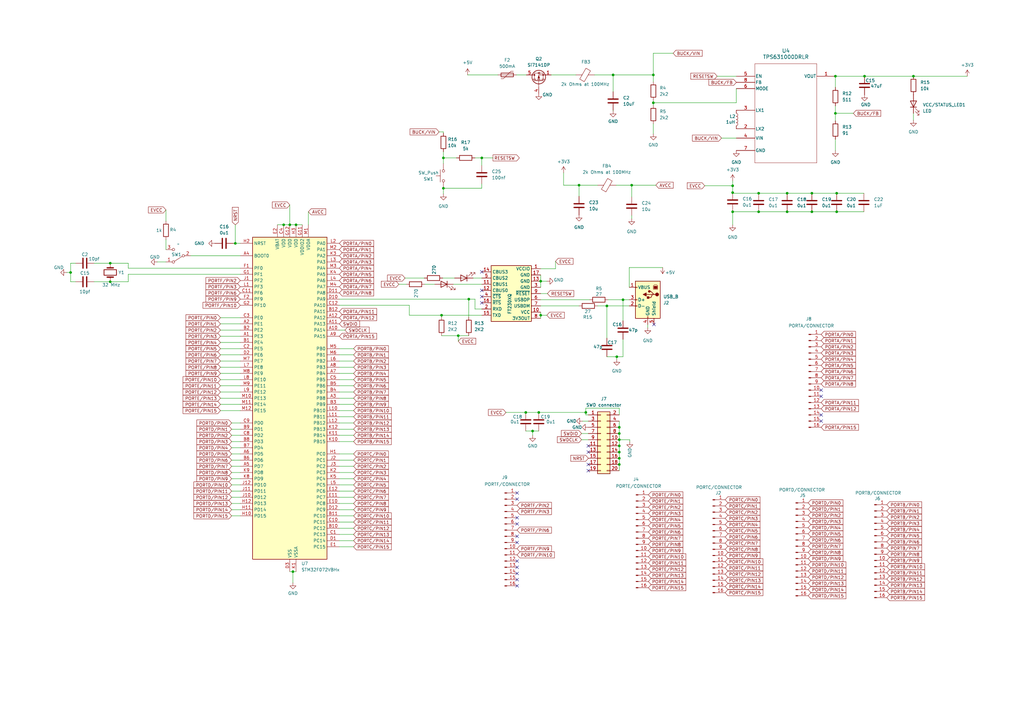
<source format=kicad_sch>
(kicad_sch (version 20230121) (generator eeschema)
  (paper "A3")
  (junction (at 332.994 79.248))
  (junction (at 118.872 92.202))
  (junction (at 251.46 30.734))
  (junction (at 215.646 169.164))
  (junction (at 28.956 111.76))
  (junction (at 342.646 31.242))
  (junction (at 237.49 75.946))
  (junction (at 255.524 122.936))
  (junction (at 267.97 30.734))
  (junction (at 181.864 77.216))
  (junction (at 342.646 46.482))
  (junction (at 332.994 86.868))
  (junction (at 300.482 78.994))
  (junction (at 120.142 234.442))
  (junction (at 267.97 42.164))
  (junction (at 192.278 122.682))
  (junction (at 254 187.96))
  (junction (at 254 177.8))
  (junction (at 300.482 76.2))
  (junction (at 116.332 92.202))
  (junction (at 322.834 79.248))
  (junction (at 218.44 176.784))
  (junction (at 300.482 86.868))
  (junction (at 254 175.26))
  (junction (at 311.15 79.248))
  (junction (at 374.65 31.242))
  (junction (at 187.96 137.668))
  (junction (at 254 185.42))
  (junction (at 181.864 64.77))
  (junction (at 259.08 75.946))
  (junction (at 121.412 92.202))
  (junction (at 240.284 169.164))
  (junction (at 221.742 115.316))
  (junction (at 254 182.88))
  (junction (at 311.15 86.868))
  (junction (at 343.154 79.248))
  (junction (at 220.98 169.164))
  (junction (at 254 180.34))
  (junction (at 96.52 99.822))
  (junction (at 252.984 146.304))
  (junction (at 248.92 125.476))
  (junction (at 197.612 64.77))
  (junction (at 254 190.5))
  (junction (at 221.742 129.286))
  (junction (at 354.584 31.242))
  (junction (at 181.102 129.286))
  (junction (at 343.154 86.868))
  (junction (at 322.834 86.868))
  (junction (at 45.212 107.95))
  (junction (at 45.212 115.57))
  (no_connect (at 212.09 214.884))
  (no_connect (at 336.804 160.02))
  (no_connect (at 268.224 133.096))
  (no_connect (at 197.612 119.126))
  (no_connect (at 336.804 162.56))
  (no_connect (at 197.612 124.206))
  (no_connect (at 336.804 172.72))
  (no_connect (at 212.09 235.204))
  (no_connect (at 212.09 232.664))
  (no_connect (at 212.09 222.504))
  (no_connect (at 212.09 219.964))
  (no_connect (at 336.804 170.18))
  (no_connect (at 212.09 237.744))
  (no_connect (at 212.09 240.284))
  (no_connect (at 212.09 204.724))
  (no_connect (at 241.3 182.88))
  (no_connect (at 241.3 185.42))
  (no_connect (at 212.09 230.124))
  (no_connect (at 241.3 193.04))
  (no_connect (at 212.09 212.344))
  (no_connect (at 197.612 121.666))
  (no_connect (at 197.612 111.506))
  (no_connect (at 241.3 190.5))
  (no_connect (at 212.09 202.184))
  (wire (pts (xy 342.646 35.814) (xy 342.646 31.242)))
  (wire (pts (xy 145.034 150.622) (xy 139.192 150.622)))
  (wire (pts (xy 145.034 196.342) (xy 139.192 196.342)))
  (wire (pts (xy 231.14 75.946) (xy 237.49 75.946)))
  (wire (pts (xy 300.482 79.248) (xy 311.15 79.248)))
  (wire (pts (xy 94.996 211.582) (xy 98.552 211.582)))
  (wire (pts (xy 243.84 30.734) (xy 251.46 30.734)))
  (wire (pts (xy 113.792 92.202) (xy 116.332 92.202)))
  (wire (pts (xy 96.52 92.202) (xy 96.52 99.822)))
  (wire (pts (xy 254 180.34) (xy 254 182.88)))
  (wire (pts (xy 255.524 122.936) (xy 258.064 122.936)))
  (wire (pts (xy 221.742 122.936) (xy 241.808 122.936)))
  (wire (pts (xy 181.61 114.046) (xy 186.436 114.046)))
  (wire (pts (xy 90.424 163.322) (xy 98.552 163.322)))
  (wire (pts (xy 342.646 31.242) (xy 354.584 31.242)))
  (wire (pts (xy 343.154 79.248) (xy 354.33 79.248)))
  (wire (pts (xy 251.46 30.734) (xy 251.46 37.592)))
  (wire (pts (xy 254 185.42) (xy 254 187.96)))
  (wire (pts (xy 52.578 109.982) (xy 52.578 107.95)))
  (wire (pts (xy 181.102 137.668) (xy 187.96 137.668)))
  (wire (pts (xy 300.482 86.868) (xy 300.482 92.202)))
  (wire (pts (xy 267.97 30.734) (xy 267.97 33.528)))
  (wire (pts (xy 90.424 168.402) (xy 98.552 168.402)))
  (wire (pts (xy 28.956 115.57) (xy 30.988 115.57)))
  (wire (pts (xy 96.52 99.822) (xy 98.552 99.822)))
  (wire (pts (xy 254 167.386) (xy 254 170.18)))
  (wire (pts (xy 178.308 116.586) (xy 174.244 116.586)))
  (wire (pts (xy 267.97 41.148) (xy 267.97 42.164)))
  (wire (pts (xy 300.482 86.868) (xy 311.15 86.868)))
  (wire (pts (xy 194.818 126.746) (xy 197.612 126.746)))
  (wire (pts (xy 181.864 64.77) (xy 187.198 64.77)))
  (wire (pts (xy 311.15 86.868) (xy 322.834 86.868)))
  (wire (pts (xy 221.742 110.236) (xy 227.838 110.236)))
  (wire (pts (xy 94.996 209.042) (xy 98.552 209.042)))
  (wire (pts (xy 221.742 129.286) (xy 221.742 128.016)))
  (wire (pts (xy 94.996 198.882) (xy 98.552 198.882)))
  (wire (pts (xy 94.996 206.502) (xy 98.552 206.502)))
  (wire (pts (xy 181.102 129.286) (xy 197.612 129.286)))
  (wire (pts (xy 181.102 129.286) (xy 181.102 130.048)))
  (wire (pts (xy 52.578 112.522) (xy 52.578 115.57)))
  (wire (pts (xy 90.424 150.622) (xy 98.552 150.622)))
  (wire (pts (xy 218.44 176.784) (xy 220.98 176.784)))
  (wire (pts (xy 343.154 86.868) (xy 354.33 86.868)))
  (wire (pts (xy 95.758 99.822) (xy 96.52 99.822)))
  (wire (pts (xy 332.994 86.868) (xy 343.154 86.868)))
  (wire (pts (xy 254 190.5) (xy 254 193.04)))
  (wire (pts (xy 194.818 122.682) (xy 194.818 126.746)))
  (wire (pts (xy 120.142 234.442) (xy 121.412 234.442)))
  (wire (pts (xy 237.49 125.476) (xy 221.742 125.476)))
  (wire (pts (xy 94.996 201.422) (xy 98.552 201.422)))
  (wire (pts (xy 139.192 125.222) (xy 167.894 125.222)))
  (wire (pts (xy 267.97 42.164) (xy 302.006 42.164)))
  (wire (pts (xy 145.034 168.402) (xy 139.192 168.402)))
  (wire (pts (xy 145.034 163.322) (xy 139.192 163.322)))
  (wire (pts (xy 332.994 79.248) (xy 343.154 79.248)))
  (wire (pts (xy 258.318 180.34) (xy 258.318 181.102)))
  (wire (pts (xy 181.864 54.102) (xy 181.864 54.61)))
  (wire (pts (xy 252.984 147.32) (xy 252.984 146.304)))
  (wire (pts (xy 118.872 92.202) (xy 121.412 92.202)))
  (wire (pts (xy 374.65 49.276) (xy 374.65 46.482)))
  (wire (pts (xy 187.96 137.668) (xy 187.96 139.954)))
  (wire (pts (xy 322.834 86.868) (xy 332.994 86.868)))
  (wire (pts (xy 181.864 62.23) (xy 181.864 64.77)))
  (wire (pts (xy 197.612 77.216) (xy 181.864 77.216)))
  (wire (pts (xy 64.516 107.442) (xy 68.072 107.442)))
  (wire (pts (xy 145.034 191.262) (xy 139.192 191.262)))
  (wire (pts (xy 342.646 46.482) (xy 342.646 49.53)))
  (wire (pts (xy 187.96 137.668) (xy 192.278 137.668)))
  (wire (pts (xy 248.92 138.684) (xy 248.92 125.476)))
  (wire (pts (xy 342.646 46.482) (xy 350.012 46.482)))
  (wire (pts (xy 145.034 209.042) (xy 139.192 209.042)))
  (wire (pts (xy 224.536 120.396) (xy 221.742 120.396)))
  (wire (pts (xy 90.424 153.162) (xy 98.552 153.162)))
  (wire (pts (xy 254 172.72) (xy 254 175.26)))
  (wire (pts (xy 197.612 116.586) (xy 185.928 116.586)))
  (wire (pts (xy 181.864 77.216) (xy 181.864 79.502)))
  (wire (pts (xy 163.576 116.586) (xy 166.624 116.586)))
  (wire (pts (xy 94.996 176.022) (xy 98.552 176.022)))
  (wire (pts (xy 295.91 56.642) (xy 302.006 56.642)))
  (wire (pts (xy 118.872 84.074) (xy 118.872 92.202)))
  (wire (pts (xy 145.034 158.242) (xy 139.192 158.242)))
  (wire (pts (xy 197.612 75.438) (xy 197.612 77.216)))
  (wire (pts (xy 191.77 30.734) (xy 204.216 30.734)))
  (wire (pts (xy 197.612 64.77) (xy 197.612 67.818)))
  (wire (pts (xy 145.034 186.182) (xy 139.192 186.182)))
  (wire (pts (xy 254 175.26) (xy 254 177.8)))
  (wire (pts (xy 251.46 45.466) (xy 251.46 45.212)))
  (wire (pts (xy 258.318 180.34) (xy 254 180.34)))
  (wire (pts (xy 145.034 155.702) (xy 139.192 155.702)))
  (wire (pts (xy 167.894 129.286) (xy 181.102 129.286)))
  (wire (pts (xy 38.608 107.95) (xy 45.212 107.95)))
  (wire (pts (xy 145.034 188.722) (xy 139.192 188.722)))
  (wire (pts (xy 239.014 172.72) (xy 241.3 172.72)))
  (wire (pts (xy 145.034 165.862) (xy 139.192 165.862)))
  (wire (pts (xy 90.424 145.542) (xy 98.552 145.542)))
  (wire (pts (xy 94.996 183.642) (xy 98.552 183.642)))
  (wire (pts (xy 237.49 75.946) (xy 245.11 75.946)))
  (wire (pts (xy 167.894 125.222) (xy 167.894 129.286)))
  (wire (pts (xy 255.524 139.192) (xy 255.524 146.304)))
  (wire (pts (xy 245.11 125.476) (xy 248.92 125.476)))
  (wire (pts (xy 145.034 143.002) (xy 139.192 143.002)))
  (wire (pts (xy 231.14 70.866) (xy 231.14 75.946)))
  (wire (pts (xy 145.034 153.162) (xy 139.192 153.162)))
  (wire (pts (xy 98.552 109.982) (xy 52.578 109.982)))
  (wire (pts (xy 354.584 31.242) (xy 374.65 31.242)))
  (wire (pts (xy 145.034 214.122) (xy 139.192 214.122)))
  (wire (pts (xy 145.034 178.562) (xy 139.192 178.562)))
  (wire (pts (xy 94.996 196.342) (xy 98.552 196.342)))
  (wire (pts (xy 145.034 224.282) (xy 139.192 224.282)))
  (wire (pts (xy 240.284 167.386) (xy 254 167.386)))
  (wire (pts (xy 192.278 122.682) (xy 192.278 130.048)))
  (wire (pts (xy 38.608 115.57) (xy 45.212 115.57)))
  (wire (pts (xy 126.492 86.868) (xy 126.492 92.202)))
  (wire (pts (xy 145.034 176.022) (xy 139.192 176.022)))
  (wire (pts (xy 238.506 180.34) (xy 241.3 180.34)))
  (wire (pts (xy 94.996 193.802) (xy 98.552 193.802)))
  (wire (pts (xy 94.996 191.262) (xy 98.552 191.262)))
  (wire (pts (xy 90.424 158.242) (xy 98.552 158.242)))
  (wire (pts (xy 90.424 165.862) (xy 98.552 165.862)))
  (wire (pts (xy 194.818 64.77) (xy 197.612 64.77)))
  (wire (pts (xy 221.742 130.556) (xy 221.742 129.286)))
  (wire (pts (xy 221.742 117.856) (xy 221.742 115.316)))
  (wire (pts (xy 240.284 169.164) (xy 240.284 170.18)))
  (wire (pts (xy 45.212 107.95) (xy 52.578 107.95)))
  (wire (pts (xy 342.646 43.434) (xy 342.646 46.482)))
  (wire (pts (xy 259.08 75.946) (xy 268.986 75.946)))
  (wire (pts (xy 221.742 115.316) (xy 221.742 112.776)))
  (wire (pts (xy 215.646 176.784) (xy 218.44 176.784)))
  (wire (pts (xy 224.282 129.286) (xy 221.742 129.286)))
  (wire (pts (xy 258.064 109.728) (xy 258.064 117.856)))
  (wire (pts (xy 166.116 114.046) (xy 173.99 114.046)))
  (wire (pts (xy 300.482 78.994) (xy 300.482 79.248)))
  (wire (pts (xy 145.034 160.782) (xy 139.192 160.782)))
  (wire (pts (xy 145.034 221.742) (xy 139.192 221.742)))
  (wire (pts (xy 237.49 80.518) (xy 237.49 75.946)))
  (wire (pts (xy 322.834 79.248) (xy 332.994 79.248)))
  (wire (pts (xy 145.034 206.502) (xy 139.192 206.502)))
  (wire (pts (xy 181.864 54.102) (xy 180.086 54.102)))
  (wire (pts (xy 116.332 92.202) (xy 118.872 92.202)))
  (wire (pts (xy 267.97 21.844) (xy 276.098 21.844)))
  (wire (pts (xy 211.836 30.734) (xy 215.9 30.734)))
  (wire (pts (xy 145.034 201.422) (xy 139.192 201.422)))
  (wire (pts (xy 197.612 114.046) (xy 194.056 114.046)))
  (wire (pts (xy 342.646 61.722) (xy 342.646 57.15)))
  (wire (pts (xy 192.278 122.682) (xy 194.818 122.682)))
  (wire (pts (xy 227.838 107.188) (xy 227.838 110.236)))
  (wire (pts (xy 145.034 148.082) (xy 139.192 148.082)))
  (wire (pts (xy 90.424 143.002) (xy 98.552 143.002)))
  (wire (pts (xy 94.996 203.962) (xy 98.552 203.962)))
  (wire (pts (xy 267.97 42.164) (xy 267.97 43.18)))
  (wire (pts (xy 259.08 75.946) (xy 259.08 80.772)))
  (wire (pts (xy 300.482 86.614) (xy 300.482 86.868)))
  (wire (pts (xy 259.08 88.392) (xy 259.08 89.662)))
  (wire (pts (xy 27.432 111.76) (xy 28.956 111.76)))
  (wire (pts (xy 94.996 181.102) (xy 98.552 181.102)))
  (wire (pts (xy 240.284 169.164) (xy 240.284 167.386)))
  (wire (pts (xy 94.996 186.182) (xy 98.552 186.182)))
  (wire (pts (xy 224.282 115.316) (xy 221.742 115.316)))
  (wire (pts (xy 145.034 193.802) (xy 139.192 193.802)))
  (wire (pts (xy 52.578 115.57) (xy 45.212 115.57)))
  (wire (pts (xy 249.428 122.936) (xy 255.524 122.936)))
  (wire (pts (xy 226.06 30.734) (xy 236.22 30.734)))
  (wire (pts (xy 267.97 54.864) (xy 267.97 50.8)))
  (wire (pts (xy 181.864 64.77) (xy 181.864 67.056)))
  (wire (pts (xy 255.524 131.572) (xy 255.524 122.936)))
  (wire (pts (xy 141.478 135.382) (xy 139.192 135.382)))
  (wire (pts (xy 120.142 239.014) (xy 120.142 234.442)))
  (wire (pts (xy 258.064 125.476) (xy 248.92 125.476)))
  (wire (pts (xy 90.424 155.702) (xy 98.552 155.702)))
  (wire (pts (xy 220.98 169.164) (xy 240.284 169.164)))
  (wire (pts (xy 28.956 107.95) (xy 30.988 107.95)))
  (wire (pts (xy 118.872 234.442) (xy 120.142 234.442)))
  (wire (pts (xy 215.646 169.164) (xy 220.98 169.164)))
  (wire (pts (xy 240.284 170.18) (xy 241.3 170.18)))
  (wire (pts (xy 145.034 145.542) (xy 139.192 145.542)))
  (wire (pts (xy 68.072 98.298) (xy 68.072 102.362)))
  (wire (pts (xy 267.97 21.844) (xy 267.97 30.734)))
  (wire (pts (xy 90.424 130.302) (xy 98.552 130.302)))
  (wire (pts (xy 90.424 137.922) (xy 98.552 137.922)))
  (wire (pts (xy 218.44 176.784) (xy 218.44 178.562)))
  (wire (pts (xy 28.956 111.76) (xy 28.956 107.95)))
  (wire (pts (xy 252.73 75.946) (xy 259.08 75.946)))
  (wire (pts (xy 139.192 122.682) (xy 192.278 122.682)))
  (wire (pts (xy 90.424 140.462) (xy 98.552 140.462)))
  (wire (pts (xy 90.424 160.782) (xy 98.552 160.782)))
  (wire (pts (xy 300.482 76.2) (xy 300.482 78.994)))
  (wire (pts (xy 145.034 170.942) (xy 139.192 170.942)))
  (wire (pts (xy 94.996 178.562) (xy 98.552 178.562)))
  (wire (pts (xy 251.46 30.734) (xy 267.97 30.734)))
  (wire (pts (xy 311.15 79.248) (xy 322.834 79.248)))
  (wire (pts (xy 374.65 31.242) (xy 396.748 31.242)))
  (wire (pts (xy 145.034 181.102) (xy 139.192 181.102)))
  (wire (pts (xy 98.552 112.522) (xy 52.578 112.522)))
  (wire (pts (xy 121.412 92.202) (xy 123.952 92.202)))
  (wire (pts (xy 145.034 211.582) (xy 139.192 211.582)))
  (wire (pts (xy 265.684 134.366) (xy 265.684 133.096)))
  (wire (pts (xy 258.064 109.728) (xy 271.78 109.728)))
  (wire (pts (xy 254 187.96) (xy 254 190.5)))
  (wire (pts (xy 90.424 135.382) (xy 98.552 135.382)))
  (wire (pts (xy 248.92 146.304) (xy 252.984 146.304)))
  (wire (pts (xy 254 177.8) (xy 254 180.34)))
  (wire (pts (xy 68.072 86.106) (xy 68.072 90.678)))
  (wire (pts (xy 145.034 173.482) (xy 139.192 173.482)))
  (wire (pts (xy 252.984 146.304) (xy 255.524 146.304)))
  (wire (pts (xy 294.132 31.242) (xy 302.006 31.242)))
  (wire (pts (xy 90.424 148.082) (xy 98.552 148.082)))
  (wire (pts (xy 289.052 76.2) (xy 300.482 76.2)))
  (wire (pts (xy 207.518 169.164) (xy 215.646 169.164)))
  (wire (pts (xy 145.034 216.662) (xy 139.192 216.662)))
  (wire (pts (xy 197.612 64.77) (xy 202.184 64.77)))
  (wire (pts (xy 302.006 42.164) (xy 302.006 36.322)))
  (wire (pts (xy 238.506 177.8) (xy 241.3 177.8)))
  (wire (pts (xy 254 182.88) (xy 254 185.42)))
  (wire (pts (xy 145.034 203.962) (xy 139.192 203.962)))
  (wire (pts (xy 98.552 104.902) (xy 78.232 104.902)))
  (wire (pts (xy 300.482 74.168) (xy 300.482 76.2)))
  (wire (pts (xy 28.956 111.76) (xy 28.956 115.57)))
  (wire (pts (xy 90.424 132.842) (xy 98.552 132.842)))
  (wire (pts (xy 145.034 198.882) (xy 139.192 198.882)))
  (wire (pts (xy 94.996 173.482) (xy 98.552 173.482)))
  (wire (pts (xy 145.034 219.202) (xy 139.192 219.202)))
  (wire (pts (xy 94.996 188.722) (xy 98.552 188.722)))
  (global_label "PORTB{slash}PIN7" (shape input) (at 145.034 160.782 0) (property "Intersheetrefs" "${INTERSHEET_REFS}" (effects hide)))
  (global_label "PORTE{slash}PIN10" (shape input) (at 90.424 155.702 180) (property "Intersheetrefs" "${INTERSHEET_REFS}" (effects hide)))
  (global_label "PORTA{slash}PIN15" (shape input) (at 336.804 175.26 0) (property "Intersheetrefs" "${INTERSHEET_REFS}" (effects hide)))
  (global_label "PORTB{slash}PIN6" (shape input) (at 145.034 158.242 0) (property "Intersheetrefs" "${INTERSHEET_REFS}" (effects hide)))
  (global_label "PORTA{slash}PIN7" (shape input) (at 139.192 117.602 0) (property "Intersheetrefs" "${INTERSHEET_REFS}" (effects hide)))
  (global_label "PORTB{slash}PIN8" (shape input) (at 363.728 227.33 0) (property "Intersheetrefs" "${INTERSHEET_REFS}" (effects hide)))
  (global_label "AVCC" (shape input) (at 126.492 86.868 0) (property "Intersheetrefs" "${INTERSHEET_REFS}" (effects hide)))
  (global_label "PORTE{slash}PIN0" (shape input) (at 90.424 130.302 180) (property "Intersheetrefs" "${INTERSHEET_REFS}" (effects hide)))
  (global_label "RESETSW" (shape input) (at 224.536 120.396 0) (property "Intersheetrefs" "${INTERSHEET_REFS}" (effects hide)))
  (global_label "PORTB{slash}PIN11" (shape input) (at 363.728 234.95 0) (property "Intersheetrefs" "${INTERSHEET_REFS}" (effects hide)))
  (global_label "PORTC{slash}PIN4" (shape input) (at 145.034 196.342 0) (property "Intersheetrefs" "${INTERSHEET_REFS}" (effects hide)))
  (global_label "PORTD{slash}PIN6" (shape input) (at 94.996 188.722 180) (property "Intersheetrefs" "${INTERSHEET_REFS}" (effects hide)))
  (global_label "PORTA{slash}PIN11" (shape input) (at 139.192 127.762 0) (property "Intersheetrefs" "${INTERSHEET_REFS}" (effects hide)))
  (global_label "PORTE{slash}PIN9" (shape input) (at 265.938 225.806 0) (property "Intersheetrefs" "${INTERSHEET_REFS}" (effects hide)))
  (global_label "PORTC{slash}PIN1" (shape input) (at 297.434 207.518 0) (property "Intersheetrefs" "${INTERSHEET_REFS}" (effects hide)))
  (global_label "PORTE{slash}PIN11" (shape input) (at 90.424 158.242 180) (property "Intersheetrefs" "${INTERSHEET_REFS}" (effects hide)))
  (global_label "PORTD{slash}PIN15" (shape input) (at 331.47 244.348 0) (property "Intersheetrefs" "${INTERSHEET_REFS}" (effects hide)))
  (global_label "EVCC" (shape input) (at 207.518 169.164 180) (property "Intersheetrefs" "${INTERSHEET_REFS}" (effects hide)))
  (global_label "RESETSW" (shape output) (at 202.184 64.77 0) (property "Intersheetrefs" "${INTERSHEET_REFS}" (effects hide)))
  (global_label "PORTB{slash}PIN12" (shape input) (at 145.034 173.482 0) (property "Intersheetrefs" "${INTERSHEET_REFS}" (effects hide)))
  (global_label "PORTD{slash}PIN2" (shape input) (at 94.996 178.562 180) (property "Intersheetrefs" "${INTERSHEET_REFS}" (effects hide)))
  (global_label "PORTF{slash}PIN2" (shape input) (at 212.09 207.264 0) (property "Intersheetrefs" "${INTERSHEET_REFS}" (effects hide)))
  (global_label "PORTB{slash}PIN3" (shape input) (at 145.034 150.622 0) (property "Intersheetrefs" "${INTERSHEET_REFS}" (effects hide)))
  (global_label "PORTC{slash}PIN10" (shape input) (at 297.434 230.378 0) (property "Intersheetrefs" "${INTERSHEET_REFS}" (effects hide)))
  (global_label "PORTE{slash}PIN6" (shape input) (at 265.938 218.186 0) (property "Intersheetrefs" "${INTERSHEET_REFS}" (effects hide)))
  (global_label "PORTD{slash}PIN8" (shape input) (at 94.996 193.802 180) (property "Intersheetrefs" "${INTERSHEET_REFS}" (effects hide)))
  (global_label "SWDCLK" (shape input) (at 238.506 180.34 180) (property "Intersheetrefs" "${INTERSHEET_REFS}" (effects hide)))
  (global_label "BUCK{slash}VIN" (shape input) (at 180.086 54.102 180) (property "Intersheetrefs" "${INTERSHEET_REFS}" (effects hide)))
  (global_label "BUCK{slash}VIN" (shape input) (at 276.098 21.844 0) (property "Intersheetrefs" "${INTERSHEET_REFS}" (effects hide)))
  (global_label "PORTD{slash}PIN5" (shape input) (at 94.996 186.182 180) (property "Intersheetrefs" "${INTERSHEET_REFS}" (effects hide)))
  (global_label "PORTB{slash}PIN0" (shape input) (at 145.034 143.002 0) (property "Intersheetrefs" "${INTERSHEET_REFS}" (effects hide)))
  (global_label "PORTC{slash}PIN0" (shape input) (at 145.034 186.182 0) (property "Intersheetrefs" "${INTERSHEET_REFS}" (effects hide)))
  (global_label "PORTD{slash}PIN11" (shape input) (at 94.996 201.422 180) (property "Intersheetrefs" "${INTERSHEET_REFS}" (effects hide)))
  (global_label "PORTE{slash}PIN12" (shape input) (at 90.424 160.782 180) (property "Intersheetrefs" "${INTERSHEET_REFS}" (effects hide)))
  (global_label "PORTC{slash}PIN5" (shape input) (at 145.034 198.882 0) (property "Intersheetrefs" "${INTERSHEET_REFS}" (effects hide)))
  (global_label "PORTC{slash}PIN13" (shape input) (at 297.434 237.998 0) (property "Intersheetrefs" "${INTERSHEET_REFS}" (effects hide)))
  (global_label "PORTA{slash}PIN6" (shape input) (at 139.192 115.062 0) (property "Intersheetrefs" "${INTERSHEET_REFS}" (effects hide)))
  (global_label "PORTD{slash}PIN0" (shape input) (at 331.47 206.248 0) (property "Intersheetrefs" "${INTERSHEET_REFS}" (effects hide)))
  (global_label "PORTE{slash}PIN2" (shape input) (at 265.938 208.026 0) (property "Intersheetrefs" "${INTERSHEET_REFS}" (effects hide)))
  (global_label "PORTD{slash}PIN13" (shape input) (at 94.996 206.502 180) (property "Intersheetrefs" "${INTERSHEET_REFS}" (effects hide)))
  (global_label "PORTC{slash}PIN7" (shape input) (at 297.434 222.758 0) (property "Intersheetrefs" "${INTERSHEET_REFS}" (effects hide)))
  (global_label "SWDIO" (shape input) (at 238.506 177.8 180) (property "Intersheetrefs" "${INTERSHEET_REFS}" (effects hide)))
  (global_label "PORTB{slash}PIN10" (shape input) (at 363.728 232.41 0) (property "Intersheetrefs" "${INTERSHEET_REFS}" (effects hide)))
  (global_label "PORTF{slash}PIN3" (shape input) (at 212.09 209.804 0) (property "Intersheetrefs" "${INTERSHEET_REFS}" (effects hide)))
  (global_label "PORTB{slash}PIN10" (shape input) (at 145.034 168.402 0) (property "Intersheetrefs" "${INTERSHEET_REFS}" (effects hide)))
  (global_label "PORTE{slash}PIN8" (shape input) (at 265.938 223.266 0) (property "Intersheetrefs" "${INTERSHEET_REFS}" (effects hide)))
  (global_label "PORTC{slash}PIN15" (shape input) (at 145.034 224.282 0) (property "Intersheetrefs" "${INTERSHEET_REFS}" (effects hide)))
  (global_label "PORTB{slash}PIN14" (shape input) (at 145.034 178.562 0) (property "Intersheetrefs" "${INTERSHEET_REFS}" (effects hide)))
  (global_label "PORTD{slash}PIN14" (shape input) (at 94.996 209.042 180) (property "Intersheetrefs" "${INTERSHEET_REFS}" (effects hide)))
  (global_label "PORTE{slash}PIN3" (shape input) (at 90.424 137.922 180) (property "Intersheetrefs" "${INTERSHEET_REFS}" (effects hide)))
  (global_label "PORTC{slash}PIN0" (shape input) (at 297.434 204.978 0) (property "Intersheetrefs" "${INTERSHEET_REFS}" (effects hide)))
  (global_label "PORTE{slash}PIN4" (shape input) (at 90.424 140.462 180) (property "Intersheetrefs" "${INTERSHEET_REFS}" (effects hide)))
  (global_label "PORTB{slash}PIN6" (shape input) (at 363.728 222.25 0) (property "Intersheetrefs" "${INTERSHEET_REFS}" (effects hide)))
  (global_label "PORTB{slash}PIN4" (shape input) (at 145.034 153.162 0) (property "Intersheetrefs" "${INTERSHEET_REFS}" (effects hide)))
  (global_label "PORTB{slash}PIN7" (shape input) (at 363.728 224.79 0) (property "Intersheetrefs" "${INTERSHEET_REFS}" (effects hide)))
  (global_label "PORTB{slash}PIN3" (shape input) (at 363.728 214.63 0) (property "Intersheetrefs" "${INTERSHEET_REFS}" (effects hide)))
  (global_label "BUCK{slash}FB" (shape input) (at 350.012 46.482 0) (property "Intersheetrefs" "${INTERSHEET_REFS}" (effects hide)))
  (global_label "PORTE{slash}PIN15" (shape input) (at 265.938 241.046 0) (property "Intersheetrefs" "${INTERSHEET_REFS}" (effects hide)))
  (global_label "PORTD{slash}PIN1" (shape input) (at 331.47 208.788 0) (property "Intersheetrefs" "${INTERSHEET_REFS}" (effects hide)))
  (global_label "PORTD{slash}PIN9" (shape input) (at 331.47 229.108 0) (property "Intersheetrefs" "${INTERSHEET_REFS}" (effects hide)))
  (global_label "PORTC{slash}PIN11" (shape input) (at 145.034 214.122 0) (property "Intersheetrefs" "${INTERSHEET_REFS}" (effects hide)))
  (global_label "PORTA{slash}PIN7" (shape input) (at 336.804 154.94 0) (property "Intersheetrefs" "${INTERSHEET_REFS}" (effects hide)))
  (global_label "PORTD{slash}PIN2" (shape input) (at 331.47 211.328 0) (property "Intersheetrefs" "${INTERSHEET_REFS}" (effects hide)))
  (global_label "PORTC{slash}PIN14" (shape input) (at 145.034 221.742 0) (property "Intersheetrefs" "${INTERSHEET_REFS}" (effects hide)))
  (global_label "PORTC{slash}PIN7" (shape input) (at 145.034 203.962 0) (property "Intersheetrefs" "${INTERSHEET_REFS}" (effects hide)))
  (global_label "PORTA{slash}PIN0" (shape input) (at 336.804 137.16 0) (property "Intersheetrefs" "${INTERSHEET_REFS}" (effects hide)))
  (global_label "PORTD{slash}PIN7" (shape input) (at 94.996 191.262 180) (property "Intersheetrefs" "${INTERSHEET_REFS}" (effects hide)))
  (global_label "PORTC{slash}PIN12" (shape input) (at 297.434 235.458 0) (property "Intersheetrefs" "${INTERSHEET_REFS}" (effects hide)))
  (global_label "EVCC" (shape input) (at 68.072 86.106 180) (property "Intersheetrefs" "${INTERSHEET_REFS}" (effects hide)))
  (global_label "PORTE{slash}PIN8" (shape input) (at 90.424 150.622 180) (property "Intersheetrefs" "${INTERSHEET_REFS}" (effects hide)))
  (global_label "PORTA{slash}PIN8" (shape input) (at 336.804 157.48 0) (property "Intersheetrefs" "${INTERSHEET_REFS}" (effects hide)))
  (global_label "PORTC{slash}PIN8" (shape input) (at 297.434 225.298 0) (property "Intersheetrefs" "${INTERSHEET_REFS}" (effects hide)))
  (global_label "EVCC" (shape input) (at 163.576 116.586 180) (property "Intersheetrefs" "${INTERSHEET_REFS}" (effects hide)))
  (global_label "PORTD{slash}PIN4" (shape input) (at 331.47 216.408 0) (property "Intersheetrefs" "${INTERSHEET_REFS}" (effects hide)))
  (global_label "PORTD{slash}PIN3" (shape input) (at 94.996 181.102 180) (property "Intersheetrefs" "${INTERSHEET_REFS}" (effects hide)))
  (global_label "PORTB{slash}PIN5" (shape input) (at 363.728 219.71 0) (property "Intersheetrefs" "${INTERSHEET_REFS}" (effects hide)))
  (global_label "PORTE{slash}PIN0" (shape input) (at 265.938 202.946 0) (property "Intersheetrefs" "${INTERSHEET_REFS}" (effects hide)))
  (global_label "EVCC" (shape input) (at 166.116 114.046 180) (property "Intersheetrefs" "${INTERSHEET_REFS}" (effects hide)))
  (global_label "PORTB{slash}PIN4" (shape input) (at 363.728 217.17 0) (property "Intersheetrefs" "${INTERSHEET_REFS}" (effects hide)))
  (global_label "PORTB{slash}PIN12" (shape input) (at 363.728 237.49 0) (property "Intersheetrefs" "${INTERSHEET_REFS}" (effects hide)))
  (global_label "PORTC{slash}PIN3" (shape input) (at 145.034 193.802 0) (property "Intersheetrefs" "${INTERSHEET_REFS}" (effects hide)))
  (global_label "PORTF{slash}PIN9" (shape input) (at 212.09 225.044 0) (property "Intersheetrefs" "${INTERSHEET_REFS}" (effects hide)))
  (global_label "EVCC" (shape input) (at 187.96 139.954 0) (property "Intersheetrefs" "${INTERSHEET_REFS}" (effects hide)))
  (global_label "PORTA{slash}PIN12" (shape input) (at 139.192 130.302 0) (property "Intersheetrefs" "${INTERSHEET_REFS}" (effects hide)))
  (global_label "PORTF{slash}PIN9" (shape input) (at 98.552 122.682 180) (property "Intersheetrefs" "${INTERSHEET_REFS}" (effects hide)))
  (global_label "PORTA{slash}PIN12" (shape input) (at 336.804 167.64 0) (property "Intersheetrefs" "${INTERSHEET_REFS}" (effects hide)))
  (global_label "EVCC" (shape input) (at 224.282 129.286 0) (property "Intersheetrefs" "${INTERSHEET_REFS}" (effects hide)))
  (global_label "PORTB{slash}PIN9" (shape input) (at 145.034 165.862 0) (property "Intersheetrefs" "${INTERSHEET_REFS}" (effects hide)))
  (global_label "PORTD{slash}PIN10" (shape input) (at 94.996 198.882 180) (property "Intersheetrefs" "${INTERSHEET_REFS}" (effects hide)))
  (global_label "PORTD{slash}PIN1" (shape input) (at 94.996 176.022 180) (property "Intersheetrefs" "${INTERSHEET_REFS}" (effects hide)))
  (global_label "PORTC{slash}PIN9" (shape input) (at 145.034 209.042 0) (property "Intersheetrefs" "${INTERSHEET_REFS}" (effects hide)))
  (global_label "PORTA{slash}PIN0" (shape input) (at 139.192 99.822 0) (property "Intersheetrefs" "${INTERSHEET_REFS}" (effects hide)))
  (global_label "PORTD{slash}PIN5" (shape input) (at 331.47 218.948 0) (property "Intersheetrefs" "${INTERSHEET_REFS}" (effects hide)))
  (global_label "PORTA{slash}PIN6" (shape input) (at 336.804 152.4 0) (property "Intersheetrefs" "${INTERSHEET_REFS}" (effects hide)))
  (global_label "SWDCLK" (shape input) (at 141.478 135.382 0) (property "Intersheetrefs" "${INTERSHEET_REFS}" (effects hide)))
  (global_label "PORTB{slash}PIN15" (shape input) (at 363.728 245.11 0) (property "Intersheetrefs" "${INTERSHEET_REFS}" (effects hide)))
  (global_label "PORTE{slash}PIN6" (shape input) (at 90.424 145.542 180) (property "Intersheetrefs" "${INTERSHEET_REFS}" (effects hide)))
  (global_label "PORTC{slash}PIN2" (shape input) (at 297.434 210.058 0) (property "Intersheetrefs" "${INTERSHEET_REFS}" (effects hide)))
  (global_label "PORTA{slash}PIN5" (shape input) (at 139.192 112.522 0) (property "Intersheetrefs" "${INTERSHEET_REFS}" (effects hide)))
  (global_label "PORTA{slash}PIN5" (shape input) (at 336.804 149.86 0) (property "Intersheetrefs" "${INTERSHEET_REFS}" (effects hide)))
  (global_label "PORTC{slash}PIN14" (shape input) (at 297.434 240.538 0) (property "Intersheetrefs" "${INTERSHEET_REFS}" (effects hide)))
  (global_label "PORTD{slash}PIN0" (shape input) (at 94.996 173.482 180) (property "Intersheetrefs" "${INTERSHEET_REFS}" (effects hide)))
  (global_label "PORTE{slash}PIN7" (shape input) (at 90.424 148.082 180) (property "Intersheetrefs" "${INTERSHEET_REFS}" (effects hide)))
  (global_label "EVCC" (shape input) (at 118.872 84.074 180) (property "Intersheetrefs" "${INTERSHEET_REFS}" (effects hide)))
  (global_label "PORTE{slash}PIN3" (shape input) (at 265.938 210.566 0) (property "Intersheetrefs" "${INTERSHEET_REFS}" (effects hide)))
  (global_label "PORTD{slash}PIN15" (shape input) (at 94.996 211.582 180) (property "Intersheetrefs" "${INTERSHEET_REFS}" (effects hide)))
  (global_label "PORTA{slash}PIN4" (shape input) (at 139.192 109.982 0) (property "Intersheetrefs" "${INTERSHEET_REFS}" (effects hide)))
  (global_label "PORTB{slash}PIN8" (shape input) (at 145.034 163.322 0) (property "Intersheetrefs" "${INTERSHEET_REFS}" (effects hide)))
  (global_label "PORTA{slash}PIN1" (shape input) (at 336.804 139.7 0) (property "Intersheetrefs" "${INTERSHEET_REFS}" (effects hide)))
  (global_label "PORTC{slash}PIN5" (shape input) (at 297.434 217.678 0) (property "Intersheetrefs" "${INTERSHEET_REFS}" (effects hide)))
  (global_label "PORTD{slash}PIN10" (shape input) (at 331.47 231.648 0) (property "Intersheetrefs" "${INTERSHEET_REFS}" (effects hide)))
  (global_label "PORTA{slash}PIN3" (shape input) (at 336.804 144.78 0) (property "Intersheetrefs" "${INTERSHEET_REFS}" (effects hide)))
  (global_label "PORTA{slash}PIN3" (shape input) (at 139.192 107.442 0) (property "Intersheetrefs" "${INTERSHEET_REFS}" (effects hide)))
  (global_label "PORTB{slash}PIN1" (shape input) (at 363.728 209.55 0) (property "Intersheetrefs" "${INTERSHEET_REFS}" (effects hide)))
  (global_label "PORTF{slash}PIN10" (shape input) (at 98.552 125.222 180) (property "Intersheetrefs" "${INTERSHEET_REFS}" (effects hide)))
  (global_label "PORTE{slash}PIN11" (shape input) (at 265.938 230.886 0) (property "Intersheetrefs" "${INTERSHEET_REFS}" (effects hide)))
  (global_label "PORTE{slash}PIN14" (shape input) (at 265.938 238.506 0) (property "Intersheetrefs" "${INTERSHEET_REFS}" (effects hide)))
  (global_label "PORTE{slash}PIN4" (shape input) (at 265.938 213.106 0) (property "Intersheetrefs" "${INTERSHEET_REFS}" (effects hide)))
  (global_label "PORTD{slash}PIN9" (shape input) (at 94.996 196.342 180) (property "Intersheetrefs" "${INTERSHEET_REFS}" (effects hide)))
  (global_label "BUCK{slash}FB" (shape input) (at 302.006 33.782 180) (property "Intersheetrefs" "${INTERSHEET_REFS}" (effects hide)))
  (global_label "PORTE{slash}PIN13" (shape input) (at 265.938 235.966 0) (property "Intersheetrefs" "${INTERSHEET_REFS}" (effects hide)))
  (global_label "PORTE{slash}PIN1" (shape input) (at 90.424 132.842 180) (property "Intersheetrefs" "${INTERSHEET_REFS}" (effects hide)))
  (global_label "PORTB{slash}PIN1" (shape input) (at 145.034 145.542 0) (property "Intersheetrefs" "${INTERSHEET_REFS}" (effects hide)))
  (global_label "PORTD{slash}PIN12" (shape input) (at 94.996 203.962 180) (property "Intersheetrefs" "${INTERSHEET_REFS}" (effects hide)))
  (global_label "PORTF{slash}PIN3" (shape input) (at 98.552 117.602 180) (property "Intersheetrefs" "${INTERSHEET_REFS}" (effects hide)))
  (global_label "PORTD{slash}PIN12" (shape input) (at 331.47 236.728 0) (property "Intersheetrefs" "${INTERSHEET_REFS}" (effects hide)))
  (global_label "PORTC{slash}PIN10" (shape input) (at 145.034 211.582 0) (property "Intersheetrefs" "${INTERSHEET_REFS}" (effects hide)))
  (global_label "PORTB{slash}PIN9" (shape input) (at 363.728 229.87 0) (property "Intersheetrefs" "${INTERSHEET_REFS}" (effects hide)))
  (global_label "NRST" (shape input) (at 96.52 92.202 90) (property "Intersheetrefs" "${INTERSHEET_REFS}" (effects hide)))
  (global_label "PORTE{slash}PIN2" (shape input) (at 90.424 135.382 180) (property "Intersheetrefs" "${INTERSHEET_REFS}" (effects hide)))
  (global_label "PORTE{slash}PIN7" (shape input) (at 265.938 220.726 0) (property "Intersheetrefs" "${INTERSHEET_REFS}" (effects hide)))
  (global_label "PORTE{slash}PIN10" (shape input) (at 265.938 228.346 0) (property "Intersheetrefs" "${INTERSHEET_REFS}" (effects hide)))
  (global_label "PORTB{slash}PIN2" (shape input) (at 145.034 148.082 0) (property "Intersheetrefs" "${INTERSHEET_REFS}" (effects hide)))
  (global_label "PORTE{slash}PIN1" (shape input) (at 265.938 205.486 0) (property "Intersheetrefs" "${INTERSHEET_REFS}" (effects hide)))
  (global_label "PORTC{slash}PIN6" (shape input) (at 145.034 201.422 0) (property "Intersheetrefs" "${INTERSHEET_REFS}" (effects hide)))
  (global_label "PORTA{slash}PIN2" (shape input) (at 139.192 104.902 0) (property "Intersheetrefs" "${INTERSHEET_REFS}" (effects hide)))
  (global_label "PORTF{slash}PIN10" (shape input) (at 212.09 227.584 0) (property "Intersheetrefs" "${INTERSHEET_REFS}" (effects hide)))
  (global_label "PORTF{slash}PIN6" (shape input) (at 212.09 217.424 0) (property "Intersheetrefs" "${INTERSHEET_REFS}" (effects hide)))
  (global_label "PORTA{slash}PIN1" (shape input) (at 139.192 102.362 0) (property "Intersheetrefs" "${INTERSHEET_REFS}" (effects hide)))
  (global_label "PORTE{slash}PIN15" (shape input) (at 90.424 168.402 180) (property "Intersheetrefs" "${INTERSHEET_REFS}" (effects hide)))
  (global_label "PORTC{slash}PIN1" (shape input) (at 145.034 188.722 0) (property "Intersheetrefs" "${INTERSHEET_REFS}" (effects hide)))
  (global_label "PORTC{slash}PIN9" (shape input) (at 297.434 227.838 0) (property "Intersheetrefs" "${INTERSHEET_REFS}" (effects hide)))
  (global_label "PORTF{slash}PIN6" (shape input) (at 98.552 120.142 180) (property "Intersheetrefs" "${INTERSHEET_REFS}" (effects hide)))
  (global_label "PORTE{slash}PIN14" (shape input) (at 90.424 165.862 180) (property "Intersheetrefs" "${INTERSHEET_REFS}" (effects hide)))
  (global_label "PORTC{slash}PIN15" (shape input) (at 297.434 243.078 0) (property "Intersheetrefs" "${INTERSHEET_REFS}" (effects hide)))
  (global_label "PORTB{slash}PIN13" (shape input) (at 145.034 176.022 0) (property "Intersheetrefs" "${INTERSHEET_REFS}" (effects hide)))
  (global_label "PORTA{slash}PIN2" (shape input) (at 336.804 142.24 0) (property "Intersheetrefs" "${INTERSHEET_REFS}" (effects hide)))
  (global_label "PORTC{slash}PIN13" (shape input) (at 145.034 219.202 0) (property "Intersheetrefs" "${INTERSHEET_REFS}" (effects hide)))
  (global_label "PORTD{slash}PIN3" (shape input) (at 331.47 213.868 0) (property "Intersheetrefs" "${INTERSHEET_REFS}" (effects hide)))
  (global_label "PORTC{slash}PIN2" (shape input) (at 145.034 191.262 0) (property "Intersheetrefs" "${INTERSHEET_REFS}" (effects hide)))
  (global_label "PORTD{slash}PIN4" (shape input) (at 94.996 183.642 180) (property "Intersheetrefs" "${INTERSHEET_REFS}" (effects hide)))
  (global_label "PORTC{slash}PIN12" (shape input) (at 145.034 216.662 0) (property "Intersheetrefs" "${INTERSHEET_REFS}" (effects hide)))
  (global_label "PORTB{slash}PIN2" (shape input) (at 363.728 212.09 0) (property "Intersheetrefs" "${INTERSHEET_REFS}" (effects hide)))
  (global_label "PORTE{slash}PIN5" (shape input) (at 90.424 143.002 180) (property "Intersheetrefs" "${INTERSHEET_REFS}" (effects hide)))
  (global_label "PORTA{slash}PIN4" (shape input) (at 336.804 147.32 0) (property "Intersheetrefs" "${INTERSHEET_REFS}" (effects hide)))
  (global_label "NRST" (shape input) (at 241.3 187.96 180) (property "Intersheetrefs" "${INTERSHEET_REFS}" (effects hide)))
  (global_label "PORTD{slash}PIN7" (shape input) (at 331.47 224.028 0) (property "Intersheetrefs" "${INTERSHEET_REFS}" (effects hide)))
  (global_label "PORTB{slash}PIN5" (shape input) (at 145.034 155.702 0) (property "Intersheetrefs" "${INTERSHEET_REFS}" (effects hide)))
  (global_label "EVCC" (shape input) (at 227.838 107.188 0) (property "Intersheetrefs" "${INTERSHEET_REFS}" (effects hide)))
  (global_label "RESETSW" (shape input) (at 294.132 31.242 180) (property "Intersheetrefs" "${INTERSHEET_REFS}" (effects hide)))
  (global_label "PORTD{slash}PIN13" (shape input) (at 331.47 239.268 0) (property "Intersheetrefs" "${INTERSHEET_REFS}" (effects hide)))
  (global_label "AVCC" (shape input) (at 268.986 75.946 0) (property "Intersheetrefs" "${INTERSHEET_REFS}" (effects hide)))
  (global_label "PORTC{slash}PIN11" (shape input) (at 297.434 232.918 0) (property "Intersheetrefs" "${INTERSHEET_REFS}" (effects hide)))
  (global_label "PORTB{slash}PIN0" (shape input) (at 363.728 207.01 0) (property "Intersheetrefs" "${INTERSHEET_REFS}" (effects hide)))
  (global_label "PORTD{slash}PIN11" (shape input) (at 331.47 234.188 0) (property "Intersheetrefs" "${INTERSHEET_REFS}" (effects hide)))
  (global_label "PORTF{slash}PIN2" (shape input) (at 98.552 115.062 180) (property "Intersheetrefs" "${INTERSHEET_REFS}" (effects hide)))
  (global_label "EVCC" (shape input) (at 289.052 76.2 180) (property "Intersheetrefs" "${INTERSHEET_REFS}" (effects hide)))
  (global_label "PORTE{slash}PIN9" (shape input) (at 90.424 153.162 180) (property "Intersheetrefs" "${INTERSHEET_REFS}" (effects hide)))
  (global_label "PORTC{slash}PIN3" (shape input) (at 297.434 212.598 0) (property "Intersheetrefs" "${INTERSHEET_REFS}" (effects hide)))
  (global_label "PORTA{slash}PIN11" (shape input) (at 336.804 165.1 0) (property "Intersheetrefs" "${INTERSHEET_REFS}" (effects hide)))
  (global_label "PORTD{slash}PIN6" (shape input) (at 331.47 221.488 0) (property "Intersheetrefs" "${INTERSHEET_REFS}" (effects hide)))
  (global_label "PORTE{slash}PIN12" (shape input) (at 265.938 233.426 0) (property "Intersheetrefs" "${INTERSHEET_REFS}" (effects hide)))
  (global_label "PORTC{slash}PIN8" (shape input) (at 145.034 206.502 0) (property "Intersheetrefs" "${INTERSHEET_REFS}" (effects hide)))
  (global_label "PORTC{slash}PIN6" (shape input) (at 297.434 220.218 0) (property "Intersheetrefs" "${INTERSHEET_REFS}" (effects hide)))
  (global_label "PORTB{slash}PIN13" (shape input) (at 363.728 240.03 0) (property "Intersheetrefs" "${INTERSHEET_REFS}" (effects hide)))
  (global_label "PORTE{slash}PIN5" (shape input) (at 265.938 215.646 0) (property "Intersheetrefs" "${INTERSHEET_REFS}" (effects hide)))
  (global_label "PORTA{slash}PIN15" (shape input) (at 139.192 137.922 0) (property "Intersheetrefs" "${INTERSHEET_REFS}" (effects hide)))
  (global_label "SWDIO" (shape input) (at 139.192 132.842 0) (property "Intersheetrefs" "${INTERSHEET_REFS}" (effects hide)))
  (global_label "PORTD{slash}PIN14" (shape input) (at 331.47 241.808 0) (property "Intersheetrefs" "${INTERSHEET_REFS}" (effects hide)))
  (global_label "PORTB{slash}PIN14" (shape input) (at 363.728 242.57 0) (property "Intersheetrefs" "${INTERSHEET_REFS}" (effects hide)))
  (global_label "PORTD{slash}PIN8" (shape input) (at 331.47 226.568 0) (property "Intersheetrefs" "${INTERSHEET_REFS}" (effects hide)))
  (global_label "BUCK{slash}VIN" (shape input) (at 295.91 56.642 180) (property "Intersheetrefs" "${INTERSHEET_REFS}" (effects hide)))
  (global_label "PORTA{slash}PIN8" (shape input) (at 139.192 120.142 0) (property "Intersheetrefs" "${INTERSHEET_REFS}" (effects hide)))
  (global_label "PORTE{slash}PIN13" (shape input) (at 90.424 163.322 180) (property "Intersheetrefs" "${INTERSHEET_REFS}" (effects hide)))
  (global_label "PORTC{slash}PIN4" (shape input) (at 297.434 215.138 0) (property "Intersheetrefs" "${INTERSHEET_REFS}" (effects hide)))
  (global_label "PORTB{slash}PIN11" (shape input) (at 145.034 170.942 0) (property "Intersheetrefs" "${INTERSHEET_REFS}" (effects hide)))
  (global_label "PORTB{slash}PIN15" (shape input) (at 145.034 181.102 0) (property "Intersheetrefs" "${INTERSHEET_REFS}" (effects hide)))
  (symbol (lib_id "power:+3V3") (at 300.482 74.168 0) (unit 1)
    (property "Reference" "#PWR022" (effects hide))
    (property "Value" "+3V3" (at 300.482 69.596 0))
    (instances (project "mcu design" (path "" (reference "#PWR022") (unit 1)) (path "" (reference "#PWR029") (unit 1))))
  )
  (symbol (lib_id "Device:LED") (at 190.246 114.046 180) (unit 1)
    (property "Reference" "D3" (effects hide))
    (property "Value" "LED" (effects hide))
    (instances (project "mcu design" (path "" (reference "D3") (unit 1)) (path "" (reference "D5") (unit 1))))
  )
  (symbol (lib_id "Device:R") (at 177.8 114.046 270) (unit 1)
    (property "Reference" "R19" (effects hide))
    (property "Value" "270" (at 178.054 108.712 0) (effects (justify left)))
    (instances (project "mcu design" (path "" (reference "R19") (unit 1)) (path "" (reference "R26") (unit 1))))
  )
  (symbol (lib_id "Device:R") (at 181.864 58.42 0) (unit 1)
    (property "Reference" "R16" (at 183.642 57.15 0) (effects (justify left)))
    (property "Value" "10k" (at 183.642 59.69 0) (effects (justify left)))
    (instances (project "mcu design" (path "" (reference "R16") (unit 1)) (path "" (reference "R21") (unit 1))))
  )
  (symbol (lib_id "power:GND") (at 224.282 115.316 90) (unit 1)
    (property "Reference" "#PWR020" (effects hide))
    (property "Value" "GND" (at 227.076 114.808 90) (effects (justify right)))
    (instances (project "mcu design" (path "" (reference "#PWR020") (unit 1)) (path "" (reference "#PWR021") (unit 1))))
  )
  (symbol (lib_id "power:+5V") (at 271.78 109.728 180) (unit 1)
    (property "Reference" "#PWR028" (effects hide))
    (property "Value" "+5V" (at 274.828 111.76 0))
    (instances (project "mcu design" (path "" (reference "#PWR028") (unit 1)) (path "" (reference "#PWR037") (unit 1))))
  )
  (symbol (lib_id "power:GND") (at 251.46 45.466 0) (unit 1)
    (property "Reference" "#PWR017" (effects hide))
    (property "Value" "GND" (at 251.46 49.784 0))
    (instances (project "mcu design" (path "" (reference "#PWR017") (unit 1)) (path "" (reference "#PWR038") (unit 1))))
  )
  (symbol (lib_id "Device:FerriteBead") (at 248.92 75.946 90) (unit 1)
    (property "Reference" "FB4" (at 248.8692 68.072 90))
    (property "Value" "2k Ohms at 100MHz" (at 248.8692 70.612 90))
    (instances (project "mcu design" (path "" (reference "FB4") (unit 1)) (path "" (reference "FB5") (unit 1))))
  )
  (symbol (lib_id "Interface_USB:FT230XQ") (at 209.042 122.936 180) (unit 1)
    (property "Reference" "U3" (effects hide))
    (property "Value" "FT230XQ" (at 209.042 120.396 90) (effects (justify left)))
    (property "Footprint" "Package_DFN_QFN:QFN-16-1EP_4x4mm_P0.65mm_EP2.1x2.1mm" (effects hide))
    (property "Datasheet" "https://www.ftdichip.com/Support/Documents/DataSheets/ICs/DS_FT230X.pdf" (effects hide))
    (instances (project "mcu design" (path "" (reference "U3") (unit 1)) (path "" (reference "U5") (unit 1))))
  )
  (symbol (lib_id "Regulator_Switching:TPS631000DRLR") (at 302.006 31.242 0) (unit 1)
    (property "Reference" "U4" (at 322.326 20.828 0) (effects (font (size 1.524 1.524))))
    (property "Value" "TPS631000DRLR" (at 322.326 23.368 0) (effects (font (size 1.524 1.524))))
    (property "Footprint" "TPS631000DRLR_TEX" (effects hide))
    (property "Datasheet" "TPS631000DRLR" (effects hide))
    (instances (project "mcu design" (path "" (reference "U4") (unit 1)) (path "" (reference "U6") (unit 1))))
  )
  (symbol (lib_id "Device:L") (at 302.006 49.022 0) (unit 1)
    (property "Reference" "L2" (at 299.212 47.752 0) (effects (justify left)))
    (property "Value" "1uH" (at 297.688 50.038 0) (effects (justify left)))
    (instances (project "mcu design" (path "" (reference "L2") (unit 1)) (path "" (reference "L3") (unit 1))))
  )
  (symbol (lib_id "Device:C") (at 255.524 135.382 0) (unit 1)
    (property "Reference" "C16" (at 251.206 133.096 0) (effects (justify left)))
    (property "Value" "47p" (at 257.81 135.382 0) (effects (justify left)))
  )
  (symbol (lib_id "Device:R") (at 191.008 64.77 90) (unit 1)
    (property "Reference" "R17" (at 191.008 58.42 90))
    (property "Value" "5k" (at 191.008 60.96 90))
    (instances (project "mcu design" (path "" (reference "R17") (unit 1)) (path "" (reference "R22") (unit 1))))
  )
  (symbol (lib_id "power:GND") (at 265.684 134.366 0) (unit 1)
    (property "Reference" "#PWR02" (effects hide))
    (property "Value" "GND" (at 265.684 139.7 0))
  )
  (symbol (lib_id "Connector:Conn_01x16_Pin") (at 260.858 220.726 0) (unit 1)
    (property "Reference" "J4" (at 260.858 196.596 0))
    (property "Value" "PORTE/CONNECTOR" (at 261.874 199.39 0))
  )
  (symbol (lib_id "Device:R") (at 170.434 116.586 270) (unit 1)
    (property "Reference" "R20" (effects hide))
    (property "Value" "270" (at 170.688 118.364 0) (effects (justify left)))
    (instances (project "mcu design" (path "" (reference "R20") (unit 1)) (path "" (reference "R27") (unit 1))))
  )
  (symbol (lib_id "Device:R") (at 68.072 94.488 0) (unit 1)
    (property "Reference" "R4" (at 69.596 94.234 0) (effects (justify left)))
    (property "Value" "1k" (at 64.008 94.488 0) (effects (justify left)))
  )
  (symbol (lib_id "Device:C") (at 215.646 172.974 0) (unit 1)
    (property "Reference" "C18" (at 210.312 170.942 0) (effects (justify left)))
    (property "Value" "0u1" (at 209.296 172.974 0) (effects (justify left)))
  )
  (symbol (lib_id "Device:R") (at 241.3 125.476 90) (unit 1)
    (property "Reference" "R15" (at 241.046 130.048 90))
    (property "Value" "27" (at 241.046 127.762 90))
  )
  (symbol (lib_id "Device:C") (at 332.994 83.058 0) (unit 1)
    (property "Reference" "C19" (at 337.058 81.788 0) (effects (justify left)))
    (property "Value" "0u1" (at 337.058 84.328 0) (effects (justify left)))
    (instances (project "mcu design" (path "" (reference "C19") (unit 1)) (path "" (reference "C29") (unit 1))))
  )
  (symbol (lib_id "Device:C") (at 91.948 99.822 90) (unit 1)
    (property "Reference" "C16" (at 91.948 92.964 90))
    (property "Value" "0u1" (at 91.948 95.504 90))
    (instances (project "mcu design" (path "" (reference "C16") (unit 1)) (path "" (reference "C38") (unit 1))))
  )
  (symbol (lib_id "power:GND") (at 27.432 111.76 270) (unit 1)
    (property "Reference" "#PWR016" (effects hide))
    (property "Value" "GND" (at 26.162 109.728 90) (effects (justify right)))
  )
  (symbol (lib_id "Connector_Generic:Conn_02x10_Odd_Even") (at 246.38 180.34 0) (unit 1)
    (property "Reference" "J7" (at 247.65 163.576 0))
    (property "Value" "SWD connector" (at 247.65 166.116 0))
  )
  (symbol (lib_id "Device:R") (at 181.102 133.858 0) (unit 1)
    (property "Reference" "R12" (at 183.642 132.588 0) (effects (justify left)))
    (property "Value" "2K2" (at 183.642 135.128 0) (effects (justify left)))
  )
  (symbol (lib_id "power:+5V") (at 191.77 30.734 0) (unit 1)
    (property "Reference" "#PWR02" (effects hide))
    (property "Value" "+5V" (at 191.77 25.654 0))
    (instances (project "mcu design" (path "" (reference "#PWR02") (unit 1)) (path "" (reference "#PWR034") (unit 1))))
  )
  (symbol (lib_id "power:GND") (at 300.482 92.202 0) (unit 1)
    (property "Reference" "#PWR023" (effects hide))
    (property "Value" "GND" (at 300.482 97.282 0))
    (instances (project "mcu design" (path "" (reference "#PWR023") (unit 1)) (path "" (reference "#PWR030") (unit 1))))
  )
  (symbol (lib_id "Device:R") (at 245.618 122.936 90) (unit 1)
    (property "Reference" "R5" (at 245.618 118.364 90))
    (property "Value" "27" (at 245.618 120.65 90))
  )
  (symbol (lib_id "power:GND") (at 181.864 79.502 0) (mirror y) (unit 1)
    (property "Reference" "#PWR027" (effects hide))
    (property "Value" "GND" (at 181.864 84.582 0))
    (instances (project "mcu design" (path "" (reference "#PWR027") (unit 1)) (path "" (reference "#PWR031") (unit 1))))
  )
  (symbol (lib_id "power:GND") (at 259.08 89.662 0) (unit 1)
    (property "Reference" "#PWR026" (effects hide))
    (property "Value" "GND" (at 259.08 94.996 0))
    (instances (project "mcu design" (path "" (reference "#PWR026") (unit 1)) (path "" (reference "#PWR035") (unit 1))))
  )
  (symbol (lib_id "power:GND") (at 258.318 181.102 0) (unit 1)
    (property "Reference" "#PWR024" (effects hide))
    (property "Value" "GND" (at 258.318 183.642 90) (effects (justify right)))
  )
  (symbol (lib_id "power:GND") (at 267.97 54.864 0) (unit 1)
    (property "Reference" "#PWR018" (effects hide))
    (property "Value" "GND" (at 267.97 59.436 0))
    (instances (project "mcu design" (path "" (reference "#PWR018") (unit 1)) (path "" (reference "#PWR039") (unit 1))))
  )
  (symbol (lib_id "Connector:Conn_01x16_Pin") (at 292.354 222.758 0) (unit 1)
    (property "Reference" "J2" (at 294.64 202.184 0))
    (property "Value" "PORTC/CONNECTOR" (at 294.894 199.898 0))
  )
  (symbol (lib_id "MCU_ST_STM32F0:STM32F072VBHx") (at 118.872 163.322 0) (unit 1)
    (property "Reference" "U7" (at 123.6061 231.14 0) (effects (justify left)))
    (property "Value" "STM32F072VBHx" (at 123.6061 233.68 0) (effects (justify left)))
    (property "Footprint" "Package_BGA:UFBGA-100_7x7mm_Layout12x12_P0.5mm" (effects hide))
    (property "Datasheet" "https://www.st.com/resource/en/datasheet/stm32f072vb.pdf" (effects hide))
  )
  (symbol (lib_id "Device:R") (at 374.65 35.052 0) (unit 1)
    (property "Reference" "R15" (at 377.444 33.782 0) (effects (justify left)))
    (property "Value" "10k" (at 377.444 36.322 0) (effects (justify left)))
    (instances (project "mcu design" (path "" (reference "R15") (unit 1)) (path "" (reference "R30") (unit 1))))
  )
  (symbol (lib_id "Transistor_FET:Si7141DP") (at 220.98 33.274 90) (unit 1)
    (property "Reference" "Q2" (at 220.98 24.13 90))
    (property "Value" "Si7141DP" (at 220.98 26.67 90))
    (property "Footprint" "Package_SO:PowerPAK_SO-8_Single" (effects hide))
    (property "Datasheet" "https://www.vishay.com/docs/65596/si7141dp.pdf" (effects hide))
    (instances (project "mcu design" (path "" (reference "Q2") (unit 1)) (path "" (reference "Q3") (unit 1))))
  )
  (symbol (lib_id "power:GND") (at 239.014 172.72 270) (unit 1)
    (property "Reference" "#PWR023" (effects hide))
    (property "Value" "GND" (at 236.474 172.72 90) (effects (justify right)))
  )
  (symbol (lib_id "Device:C") (at 251.46 41.402 0) (unit 1)
    (property "Reference" "C2" (at 255.524 40.132 0) (effects (justify left)))
    (property "Value" "10uF" (at 255.524 42.672 0) (effects (justify left)))
    (instances (project "mcu design" (path "" (reference "C2") (unit 1)) (path "" (reference "C36") (unit 1))))
  )
  (symbol (lib_id "power:GND") (at 64.516 107.442 270) (unit 1)
    (property "Reference" "#PWR017" (effects hide))
    (property "Value" "GND" (at 61.468 105.41 90) (effects (justify left)))
  )
  (symbol (lib_id "Device:LED") (at 182.118 116.586 0) (mirror y) (unit 1)
    (property "Reference" "D4" (effects hide))
    (property "Value" "LED" (effects hide))
    (instances (project "mcu design" (path "" (reference "D4") (unit 1)) (path "" (reference "D6") (unit 1))))
  )
  (symbol (lib_id "power:GND") (at 342.646 61.722 0) (unit 1)
    (property "Reference" "#PWR020" (effects hide))
    (property "Value" "GND" (at 342.646 66.548 0))
    (instances (project "mcu design" (path "" (reference "#PWR020") (unit 1)) (path "" (reference "#PWR019") (unit 1))))
  )
  (symbol (lib_id "Device:C") (at 322.834 83.058 0) (unit 1)
    (property "Reference" "C18" (at 326.898 81.788 0) (effects (justify left)))
    (property "Value" "0u1" (at 326.898 84.328 0) (effects (justify left)))
    (instances (project "mcu design" (path "" (reference "C18") (unit 1)) (path "" (reference "C28") (unit 1))))
  )
  (symbol (lib_id "Device:Crystal") (at 45.212 111.76 90) (unit 1)
    (property "Reference" "Y1" (at 48.514 111.76 90) (effects (justify right)))
    (property "Value" "32 MHz" (at 41.91 116.84 90) (effects (justify right)))
  )
  (symbol (lib_id "Switch:SW_Push") (at 181.864 72.136 90) (mirror x) (unit 1)
    (property "Reference" "SW1" (at 175.768 73.406 90))
    (property "Value" "SW_Push" (at 175.768 70.866 90))
    (instances (project "mcu design" (path "" (reference "SW1") (unit 1)) (path "" (reference "SW3") (unit 1))))
  )
  (symbol (lib_id "Switch:SW_SPDT") (at 73.152 104.902 180) (unit 1)
    (property "Reference" "SW1" (at 72.39 104.394 0))
    (property "Value" "~" (at 73.152 100.076 0))
  )
  (symbol (lib_id "power:GND") (at 237.49 88.138 0) (unit 1)
    (property "Reference" "#PWR025" (effects hide))
    (property "Value" "GND" (at 237.49 93.218 0))
    (instances (project "mcu design" (path "" (reference "#PWR025") (unit 1)) (path "" (reference "#PWR033") (unit 1))))
  )
  (symbol (lib_id "power:GND") (at 241.3 175.26 270) (unit 1)
    (property "Reference" "#PWR025" (effects hide))
    (property "Value" "GND" (at 238.76 175.26 90) (effects (justify right)))
  )
  (symbol (lib_id "power:GND") (at 220.98 38.354 0) (unit 1)
    (property "Reference" "#PWR016" (effects hide))
    (property "Value" "GND" (at 224.536 38.862 0))
    (instances (project "mcu design" (path "" (reference "#PWR016") (unit 1)) (path "" (reference "#PWR036") (unit 1))))
  )
  (symbol (lib_id "power:GND") (at 252.984 147.32 0) (unit 1)
    (property "Reference" "#PWR018" (effects hide))
    (property "Value" "GND" (at 252.984 152.146 0))
  )
  (symbol (lib_id "Device:LED") (at 374.65 42.672 90) (unit 1)
    (property "Reference" "VCC/STATUS_LED1" (at 378.46 42.9895 90) (effects (justify right)))
    (property "Value" "LED" (at 378.46 45.5295 90) (effects (justify right)))
    (instances (project "mcu design" (path "" (reference "VCC/STATUS_LED1") (unit 1)) (path "" (reference "VCC/STATUS_LED2") (unit 1))))
  )
  (symbol (lib_id "Device:R") (at 267.97 37.338 0) (unit 1)
    (property "Reference" "R4" (at 270.51 36.068 0) (effects (justify left)))
    (property "Value" "2k2" (at 270.51 38.608 0) (effects (justify left)))
    (instances (project "mcu design" (path "" (reference "R4") (unit 1)) (path "" (reference "R24") (unit 1))))
  )
  (symbol (lib_id "Device:C") (at 34.798 107.95 90) (unit 1)
    (property "Reference" "C2" (at 34.798 104.394 90))
    (property "Value" "10pf" (at 38.608 106.172 90))
  )
  (symbol (lib_id "Connector:Conn_01x16_Pin") (at 358.648 224.79 0) (unit 1)
    (property "Reference" "J6" (at 359.918 204.47 0))
    (property "Value" "PORTB/CONNECTOR" (at 360.172 202.184 0))
  )
  (symbol (lib_id "Device:C") (at 354.584 35.052 180) (unit 1)
    (property "Reference" "C15" (at 358.902 33.02 0) (effects (justify left)))
    (property "Value" "47uF" (at 361.95 35.306 0) (effects (justify left)))
    (instances (project "mcu design" (path "" (reference "C15") (unit 1)) (path "" (reference "C37") (unit 1))))
  )
  (symbol (lib_id "power:GND") (at 88.138 99.822 270) (unit 1)
    (property "Reference" "#PWR043" (effects hide))
    (property "Value" "GND" (at 83.82 99.822 90) (effects (justify right)))
  )
  (symbol (lib_id "power:GND") (at 218.44 178.562 0) (unit 1)
    (property "Reference" "#PWR022" (effects hide))
    (property "Value" "GND" (at 218.44 182.88 0))
  )
  (symbol (lib_id "power:GND") (at 354.584 38.862 0) (unit 1)
    (property "Reference" "#PWR019" (effects hide))
    (property "Value" "GND" (at 355.092 42.926 0))
    (instances (project "mcu design" (path "" (reference "#PWR019") (unit 1)) (path "" (reference "#PWR040") (unit 1))))
  )
  (symbol (lib_id "Connector:Conn_01x16_Pin") (at 207.01 219.964 0) (unit 1)
    (property "Reference" "J9" (at 207.01 195.834 0))
    (property "Value" "PORTF/CONNECTOR" (at 208.026 198.628 0))
  )
  (symbol (lib_id "Connector:USB_B") (at 265.684 122.936 0) (mirror y) (unit 1)
    (property "Reference" "J2" (at 272.034 124.206 0) (effects (justify right)))
    (property "Value" "USB_B" (at 272.034 121.666 0) (effects (justify right)))
    (property "Datasheet" " ~" (effects hide))
    (instances (project "mcu design" (path "" (reference "J2") (unit 1)) (path "" (reference "J3") (unit 1))))
  )
  (symbol (lib_id "Device:C") (at 354.33 83.058 0) (unit 1)
    (property "Reference" "C22" (at 358.394 81.788 0) (effects (justify left)))
    (property "Value" "1uF" (at 358.394 84.328 0) (effects (justify left)))
    (instances (project "mcu design" (path "" (reference "C22") (unit 1)) (path "" (reference "C32") (unit 1))))
  )
  (symbol (lib_id "power:GND") (at 120.142 239.014 0) (unit 1)
    (property "Reference" "#PWR044" (effects hide))
    (property "Value" "GND" (at 120.142 243.332 0))
  )
  (symbol (lib_id "Device:C") (at 259.08 84.582 0) (unit 1)
    (property "Reference" "C24" (at 263.144 83.312 0) (effects (justify left)))
    (property "Value" "10u" (at 263.144 85.852 0) (effects (justify left)))
    (instances (project "mcu design" (path "" (reference "C24") (unit 1)) (path "" (reference "C35") (unit 1))))
  )
  (symbol (lib_id "Device:Polyfuse") (at 208.026 30.734 90) (unit 1)
    (property "Reference" "F2" (at 208.026 24.638 90))
    (property "Value" "500mA" (at 208.026 27.178 90))
    (instances (project "mcu design" (path "" (reference "F2") (unit 1)) (path "" (reference "F3") (unit 1))))
  )
  (symbol (lib_id "power:GND") (at 302.006 61.722 0) (unit 1)
    (property "Reference" "#PWR020" (effects hide))
    (property "Value" "GND" (at 302.006 66.548 0))
  )
  (symbol (lib_id "Device:R") (at 267.97 46.99 0) (unit 1)
    (property "Reference" "R5" (at 270.51 45.72 0) (effects (justify left)))
    (property "Value" "2k2" (at 270.51 48.26 0) (effects (justify left)))
    (instances (project "mcu design" (path "" (reference "R5") (unit 1)) (path "" (reference "R25") (unit 1))))
  )
  (symbol (lib_id "Device:C") (at 311.15 83.058 0) (unit 1)
    (property "Reference" "C17" (at 315.214 81.788 0) (effects (justify left)))
    (property "Value" "0u1" (at 315.214 84.328 0) (effects (justify left)))
    (instances (project "mcu design" (path "" (reference "C17") (unit 1)) (path "" (reference "C27") (unit 1))))
  )
  (symbol (lib_id "Device:C") (at 300.482 82.804 0) (unit 1)
    (property "Reference" "C16" (at 304.546 81.534 0) (effects (justify left)))
    (property "Value" "0u1" (at 304.546 84.074 0) (effects (justify left)))
    (instances (project "mcu design" (path "" (reference "C16") (unit 1)) (path "" (reference "C26") (unit 1))))
  )
  (symbol (lib_id "Device:C") (at 197.612 71.628 0) (unit 1)
    (property "Reference" "C25" (at 201.676 70.358 0) (effects (justify left)))
    (property "Value" "100nf" (at 201.676 72.898 0) (effects (justify left)))
    (instances (project "mcu design" (path "" (reference "C25") (unit 1)) (path "" (reference "C33") (unit 1))))
  )
  (symbol (lib_id "power:GND") (at 374.65 49.276 0) (unit 1)
    (property "Reference" "#PWR020" (effects hide))
    (property "Value" "GND" (at 374.65 54.102 0))
    (instances (project "mcu design" (path "" (reference "#PWR020") (unit 1)) (path "" (reference "#PWR041") (unit 1))))
  )
  (symbol (lib_id "Device:C") (at 248.92 142.494 0) (unit 1)
    (property "Reference" "C17" (at 249.174 140.462 0) (effects (justify left)))
    (property "Value" "47p" (at 243.332 142.24 0) (effects (justify left)))
  )
  (symbol (lib_id "Device:R") (at 192.278 133.858 0) (unit 1)
    (property "Reference" "R13" (at 194.564 132.588 0) (effects (justify left)))
    (property "Value" "2K2" (at 194.564 135.128 0) (effects (justify left)))
  )
  (symbol (lib_id "Device:FerriteBead") (at 240.03 30.734 90) (unit 1)
    (property "Reference" "FB3" (at 240.284 25.4 90))
    (property "Value" "2k Ohms at 100MHz" (at 240.03 34.544 90))
    (instances (project "mcu design" (path "" (reference "FB3") (unit 1)) (path "" (reference "FB6") (unit 1))))
  )
  (symbol (lib_id "Connector:Conn_01x16_Pin") (at 331.724 154.94 0) (unit 1)
    (property "Reference" "J8" (at 331.724 130.81 0))
    (property "Value" "PORTA/CONNECTOR" (at 332.74 133.604 0))
  )
  (symbol (lib_id "power:+3V3") (at 396.748 31.242 0) (unit 1)
    (property "Reference" "#PWR021" (effects hide))
    (property "Value" "+3V3" (at 396.748 26.67 0))
    (instances (project "mcu design" (path "" (reference "#PWR021") (unit 1)) (path "" (reference "#PWR042") (unit 1))))
  )
  (symbol (lib_id "Device:C") (at 343.154 83.058 0) (unit 1)
    (property "Reference" "C20" (at 347.218 81.788 0) (effects (justify left)))
    (property "Value" "0u1" (at 347.218 84.328 0) (effects (justify left)))
    (instances (project "mcu design" (path "" (reference "C20") (unit 1)) (path "" (reference "C30") (unit 1))))
  )
  (symbol (lib_id "Device:C") (at 220.98 172.974 0) (unit 1)
    (property "Reference" "C19" (at 221.742 170.942 0) (effects (justify left)))
    (property "Value" "0u1" (at 224.028 172.974 0) (effects (justify left)))
  )
  (symbol (lib_id "power:+3V3") (at 231.14 70.866 0) (unit 1)
    (property "Reference" "#PWR024" (effects hide))
    (property "Value" "+3V3" (at 231.14 66.294 0))
    (instances (project "mcu design" (path "" (reference "#PWR024") (unit 1)) (path "" (reference "#PWR032") (unit 1))))
  )
  (symbol (lib_id "Device:C") (at 34.798 115.57 90) (unit 1)
    (property "Reference" "C15" (at 34.798 112.014 90))
    (property "Value" "10pf" (at 34.798 119.634 90))
  )
  (symbol (lib_id "Device:C") (at 237.49 84.328 0) (unit 1)
    (property "Reference" "C23" (at 241.554 83.058 0) (effects (justify left)))
    (property "Value" "10u" (at 241.554 85.598 0) (effects (justify left)))
    (instances (project "mcu design" (path "" (reference "C23") (unit 1)) (path "" (reference "C34") (unit 1))))
  )
  (symbol (lib_id "Device:R") (at 342.646 53.34 0) (unit 1)
    (property "Reference" "R13" (at 345.44 52.07 0) (effects (justify left)))
    (property "Value" "91" (at 345.44 54.61 0) (effects (justify left)))
    (instances (project "mcu design" (path "" (reference "R13") (unit 1)) (path "" (reference "R29") (unit 1))))
  )
  (symbol (lib_id "Device:R") (at 342.646 39.624 0) (unit 1)
    (property "Reference" "R12" (at 345.44 38.354 0) (effects (justify left)))
    (property "Value" "511" (at 345.44 40.894 0) (effects (justify left)))
    (instances (project "mcu design" (path "" (reference "R12") (unit 1)) (path "" (reference "R28") (unit 1))))
  )
  (symbol (lib_id "Connector:Conn_01x16_Pin") (at 326.39 224.028 0) (unit 1)
    (property "Reference" "J5" (at 329.184 203.2 0))
    (property "Value" "PORTD/CONNECTOR" (at 328.93 200.914 0))
  )
)
</source>
